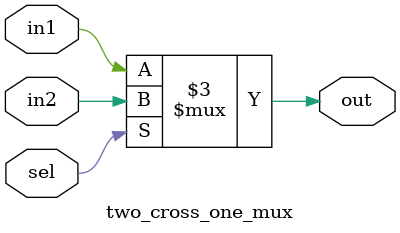
<source format=v>
`timescale 1ns / 1ps
module two_cross_one_mux(
		in1,
		in2,
		out,
		sel
    );
	 input in1,in2,sel;
	 output reg out;
	 
	 always @(in1,in2,sel)
	 begin
		
		if (sel)
		 out = in2;
		else 
		 out = in1;
   end
endmodule

</source>
